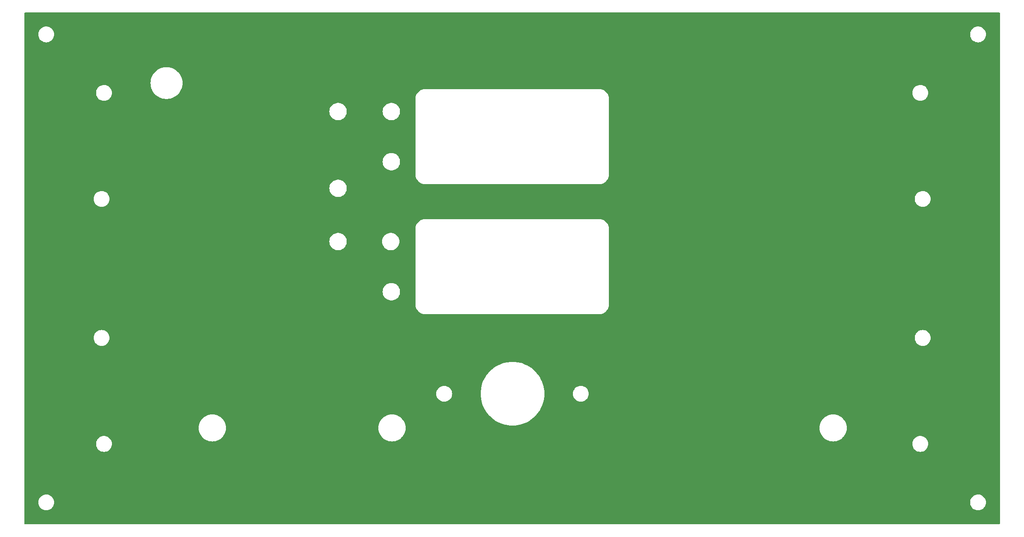
<source format=gbr>
%TF.GenerationSoftware,KiCad,Pcbnew,7.0.9*%
%TF.CreationDate,2024-04-16T23:51:44+02:00*%
%TF.ProjectId,frontplate,66726f6e-7470-46c6-9174-652e6b696361,rev?*%
%TF.SameCoordinates,Original*%
%TF.FileFunction,Copper,L2,Bot*%
%TF.FilePolarity,Positive*%
%FSLAX46Y46*%
G04 Gerber Fmt 4.6, Leading zero omitted, Abs format (unit mm)*
G04 Created by KiCad (PCBNEW 7.0.9) date 2024-04-16 23:51:44*
%MOMM*%
%LPD*%
G01*
G04 APERTURE LIST*
G04 APERTURE END LIST*
%TA.AperFunction,NonConductor*%
G36*
X238849621Y-45253502D02*
G01*
X238896114Y-45307158D01*
X238907500Y-45359500D01*
X238907500Y-150056500D01*
X238887498Y-150124621D01*
X238833842Y-150171114D01*
X238781500Y-150182500D01*
X39084500Y-150182500D01*
X39016379Y-150162498D01*
X38969886Y-150108842D01*
X38958500Y-150056500D01*
X38958500Y-145708000D01*
X41802474Y-145708000D01*
X41822548Y-145963070D01*
X41882277Y-146211857D01*
X41980190Y-146448241D01*
X42113878Y-146666400D01*
X42113879Y-146666402D01*
X42280043Y-146860956D01*
X42474597Y-147027120D01*
X42474601Y-147027123D01*
X42692757Y-147160809D01*
X42929140Y-147258722D01*
X43177930Y-147318452D01*
X43433000Y-147338526D01*
X43688070Y-147318452D01*
X43936860Y-147258722D01*
X44173243Y-147160809D01*
X44391399Y-147027123D01*
X44585956Y-146860956D01*
X44752123Y-146666399D01*
X44885809Y-146448243D01*
X44983722Y-146211860D01*
X45043452Y-145963070D01*
X45063526Y-145708000D01*
X232802474Y-145708000D01*
X232822548Y-145963070D01*
X232882277Y-146211857D01*
X232980190Y-146448241D01*
X233113878Y-146666400D01*
X233113879Y-146666402D01*
X233280043Y-146860956D01*
X233474597Y-147027120D01*
X233474601Y-147027123D01*
X233692757Y-147160809D01*
X233929140Y-147258722D01*
X234177930Y-147318452D01*
X234433000Y-147338526D01*
X234688070Y-147318452D01*
X234936860Y-147258722D01*
X235173243Y-147160809D01*
X235391399Y-147027123D01*
X235585956Y-146860956D01*
X235752123Y-146666399D01*
X235885809Y-146448243D01*
X235983722Y-146211860D01*
X236043452Y-145963070D01*
X236063526Y-145708000D01*
X236043452Y-145452930D01*
X235983722Y-145204140D01*
X235885809Y-144967757D01*
X235752123Y-144749601D01*
X235752120Y-144749597D01*
X235585956Y-144555043D01*
X235391402Y-144388879D01*
X235391400Y-144388878D01*
X235391399Y-144388877D01*
X235173243Y-144255191D01*
X234936860Y-144157278D01*
X234936858Y-144157277D01*
X234936857Y-144157277D01*
X234802969Y-144125133D01*
X234688070Y-144097548D01*
X234688071Y-144097548D01*
X234433000Y-144077474D01*
X234177929Y-144097548D01*
X233929142Y-144157277D01*
X233692758Y-144255190D01*
X233474599Y-144388878D01*
X233474597Y-144388879D01*
X233280043Y-144555043D01*
X233113879Y-144749597D01*
X233113878Y-144749599D01*
X232980190Y-144967758D01*
X232882277Y-145204142D01*
X232822548Y-145452929D01*
X232802474Y-145708000D01*
X45063526Y-145708000D01*
X45043452Y-145452930D01*
X44983722Y-145204140D01*
X44885809Y-144967757D01*
X44752123Y-144749601D01*
X44752120Y-144749597D01*
X44585956Y-144555043D01*
X44391402Y-144388879D01*
X44391400Y-144388878D01*
X44391399Y-144388877D01*
X44173243Y-144255191D01*
X43936860Y-144157278D01*
X43936858Y-144157277D01*
X43936857Y-144157277D01*
X43802969Y-144125133D01*
X43688070Y-144097548D01*
X43688071Y-144097548D01*
X43433000Y-144077474D01*
X43177929Y-144097548D01*
X42929142Y-144157277D01*
X42692758Y-144255190D01*
X42474599Y-144388878D01*
X42474597Y-144388879D01*
X42280043Y-144555043D01*
X42113879Y-144749597D01*
X42113878Y-144749599D01*
X41980190Y-144967758D01*
X41882277Y-145204142D01*
X41822548Y-145452929D01*
X41802474Y-145708000D01*
X38958500Y-145708000D01*
X38958500Y-133708000D01*
X53647474Y-133708000D01*
X53667548Y-133963070D01*
X53727277Y-134211857D01*
X53825190Y-134448241D01*
X53958878Y-134666400D01*
X53958879Y-134666402D01*
X54125043Y-134860956D01*
X54319597Y-135027120D01*
X54319601Y-135027123D01*
X54537757Y-135160809D01*
X54774140Y-135258722D01*
X55022930Y-135318452D01*
X55278000Y-135338526D01*
X55533070Y-135318452D01*
X55781860Y-135258722D01*
X56018243Y-135160809D01*
X56236399Y-135027123D01*
X56430956Y-134860956D01*
X56597123Y-134666399D01*
X56730809Y-134448243D01*
X56828722Y-134211860D01*
X56888452Y-133963070D01*
X56908526Y-133708000D01*
X220957474Y-133708000D01*
X220977548Y-133963070D01*
X221037277Y-134211857D01*
X221135190Y-134448241D01*
X221268878Y-134666400D01*
X221268879Y-134666402D01*
X221435043Y-134860956D01*
X221629597Y-135027120D01*
X221629601Y-135027123D01*
X221847757Y-135160809D01*
X222084140Y-135258722D01*
X222332930Y-135318452D01*
X222588000Y-135338526D01*
X222843070Y-135318452D01*
X223091860Y-135258722D01*
X223328243Y-135160809D01*
X223546399Y-135027123D01*
X223740956Y-134860956D01*
X223907123Y-134666399D01*
X224040809Y-134448243D01*
X224138722Y-134211860D01*
X224198452Y-133963070D01*
X224218526Y-133708000D01*
X224198452Y-133452930D01*
X224138722Y-133204140D01*
X224040809Y-132967757D01*
X223907123Y-132749601D01*
X223879593Y-132717367D01*
X223740956Y-132555043D01*
X223546402Y-132388879D01*
X223546400Y-132388878D01*
X223546399Y-132388877D01*
X223328243Y-132255191D01*
X223281134Y-132235678D01*
X223220499Y-132210562D01*
X223091860Y-132157278D01*
X223091858Y-132157277D01*
X223091857Y-132157277D01*
X222957969Y-132125133D01*
X222843070Y-132097548D01*
X222843071Y-132097548D01*
X222588000Y-132077474D01*
X222332929Y-132097548D01*
X222084142Y-132157277D01*
X221847758Y-132255190D01*
X221629599Y-132388878D01*
X221629597Y-132388879D01*
X221435043Y-132555043D01*
X221268879Y-132749597D01*
X221268878Y-132749599D01*
X221135190Y-132967758D01*
X221037277Y-133204142D01*
X220977548Y-133452929D01*
X220957474Y-133708000D01*
X56908526Y-133708000D01*
X56888452Y-133452930D01*
X56828722Y-133204140D01*
X56730809Y-132967757D01*
X56597123Y-132749601D01*
X56569593Y-132717367D01*
X56430956Y-132555043D01*
X56236402Y-132388879D01*
X56236400Y-132388878D01*
X56236399Y-132388877D01*
X56018243Y-132255191D01*
X55971134Y-132235678D01*
X55910499Y-132210562D01*
X55781860Y-132157278D01*
X55781858Y-132157277D01*
X55781857Y-132157277D01*
X55647969Y-132125133D01*
X55533070Y-132097548D01*
X55533071Y-132097548D01*
X55278000Y-132077474D01*
X55022929Y-132097548D01*
X54774142Y-132157277D01*
X54537758Y-132255190D01*
X54319599Y-132388878D01*
X54319597Y-132388879D01*
X54125043Y-132555043D01*
X53958879Y-132749597D01*
X53958878Y-132749599D01*
X53825190Y-132967758D01*
X53727277Y-133204142D01*
X53667548Y-133452929D01*
X53647474Y-133708000D01*
X38958500Y-133708000D01*
X38958500Y-130429001D01*
X74699427Y-130429001D01*
X74719700Y-130764158D01*
X74719701Y-130764161D01*
X74780224Y-131094432D01*
X74880121Y-131415012D01*
X75017919Y-131721186D01*
X75017922Y-131721192D01*
X75191632Y-132008544D01*
X75398705Y-132272855D01*
X75398717Y-132272868D01*
X75636131Y-132510282D01*
X75636144Y-132510294D01*
X75900455Y-132717367D01*
X76187803Y-132891075D01*
X76187805Y-132891076D01*
X76187807Y-132891077D01*
X76187813Y-132891080D01*
X76493987Y-133028878D01*
X76493991Y-133028879D01*
X76493995Y-133028881D01*
X76814565Y-133128775D01*
X77144839Y-133189299D01*
X77368279Y-133202815D01*
X77479999Y-133209573D01*
X77480000Y-133209573D01*
X77480001Y-133209573D01*
X77569816Y-133204140D01*
X77815161Y-133189299D01*
X78145435Y-133128775D01*
X78466005Y-133028881D01*
X78582498Y-132976452D01*
X78772186Y-132891080D01*
X78772186Y-132891079D01*
X78772197Y-132891075D01*
X79059545Y-132717367D01*
X79323861Y-132510289D01*
X79561289Y-132272861D01*
X79575134Y-132255190D01*
X79670471Y-132133500D01*
X79768367Y-132008545D01*
X79942075Y-131721197D01*
X80079881Y-131415005D01*
X80179775Y-131094435D01*
X80240299Y-130764161D01*
X80260573Y-130429001D01*
X111519427Y-130429001D01*
X111539700Y-130764158D01*
X111539701Y-130764161D01*
X111600224Y-131094432D01*
X111700121Y-131415012D01*
X111837919Y-131721186D01*
X111837922Y-131721192D01*
X112011632Y-132008544D01*
X112218705Y-132272855D01*
X112218717Y-132272868D01*
X112456131Y-132510282D01*
X112456144Y-132510294D01*
X112720455Y-132717367D01*
X113007803Y-132891075D01*
X113007805Y-132891076D01*
X113007807Y-132891077D01*
X113007813Y-132891080D01*
X113313987Y-133028878D01*
X113313991Y-133028879D01*
X113313995Y-133028881D01*
X113634565Y-133128775D01*
X113964839Y-133189299D01*
X114188279Y-133202815D01*
X114299999Y-133209573D01*
X114300000Y-133209573D01*
X114300001Y-133209573D01*
X114389816Y-133204140D01*
X114635161Y-133189299D01*
X114965435Y-133128775D01*
X115286005Y-133028881D01*
X115402498Y-132976452D01*
X115592186Y-132891080D01*
X115592186Y-132891079D01*
X115592197Y-132891075D01*
X115879545Y-132717367D01*
X116143861Y-132510289D01*
X116381289Y-132272861D01*
X116395134Y-132255190D01*
X116490471Y-132133500D01*
X116588367Y-132008545D01*
X116762075Y-131721197D01*
X116899881Y-131415005D01*
X116999775Y-131094435D01*
X117060299Y-130764161D01*
X117080573Y-130429001D01*
X201943427Y-130429001D01*
X201963700Y-130764158D01*
X201963701Y-130764161D01*
X202024224Y-131094432D01*
X202124121Y-131415012D01*
X202261919Y-131721186D01*
X202261922Y-131721192D01*
X202435632Y-132008544D01*
X202642705Y-132272855D01*
X202642717Y-132272868D01*
X202880131Y-132510282D01*
X202880144Y-132510294D01*
X203144455Y-132717367D01*
X203431803Y-132891075D01*
X203431805Y-132891076D01*
X203431807Y-132891077D01*
X203431813Y-132891080D01*
X203737987Y-133028878D01*
X203737991Y-133028879D01*
X203737995Y-133028881D01*
X204058565Y-133128775D01*
X204388839Y-133189299D01*
X204612279Y-133202815D01*
X204723999Y-133209573D01*
X204724000Y-133209573D01*
X204724001Y-133209573D01*
X204813816Y-133204140D01*
X205059161Y-133189299D01*
X205389435Y-133128775D01*
X205710005Y-133028881D01*
X205826498Y-132976452D01*
X206016186Y-132891080D01*
X206016186Y-132891079D01*
X206016197Y-132891075D01*
X206303545Y-132717367D01*
X206567861Y-132510289D01*
X206805289Y-132272861D01*
X206819134Y-132255190D01*
X206914471Y-132133500D01*
X207012367Y-132008545D01*
X207186075Y-131721197D01*
X207323881Y-131415005D01*
X207423775Y-131094435D01*
X207484299Y-130764161D01*
X207504573Y-130429000D01*
X207484299Y-130093839D01*
X207423775Y-129763565D01*
X207323881Y-129442995D01*
X207323879Y-129442991D01*
X207323878Y-129442987D01*
X207186080Y-129136813D01*
X207186077Y-129136807D01*
X207012367Y-128849455D01*
X206805294Y-128585144D01*
X206805282Y-128585131D01*
X206567868Y-128347717D01*
X206567855Y-128347705D01*
X206303544Y-128140632D01*
X206016192Y-127966922D01*
X206016186Y-127966919D01*
X205710012Y-127829121D01*
X205389432Y-127729224D01*
X205059161Y-127668701D01*
X205059158Y-127668700D01*
X204724001Y-127648427D01*
X204723999Y-127648427D01*
X204388841Y-127668700D01*
X204388838Y-127668701D01*
X204058567Y-127729224D01*
X203737987Y-127829121D01*
X203431813Y-127966919D01*
X203431807Y-127966922D01*
X203144455Y-128140632D01*
X202880144Y-128347705D01*
X202880131Y-128347717D01*
X202642717Y-128585131D01*
X202642705Y-128585144D01*
X202435632Y-128849455D01*
X202261922Y-129136807D01*
X202261919Y-129136813D01*
X202124121Y-129442987D01*
X202024224Y-129763567D01*
X201963701Y-130093838D01*
X201963700Y-130093841D01*
X201943427Y-130428998D01*
X201943427Y-130429001D01*
X117080573Y-130429001D01*
X117080573Y-130429000D01*
X117060299Y-130093839D01*
X116999775Y-129763565D01*
X116899881Y-129442995D01*
X116899879Y-129442991D01*
X116899878Y-129442987D01*
X116762080Y-129136813D01*
X116762077Y-129136807D01*
X116588367Y-128849455D01*
X116381294Y-128585144D01*
X116381282Y-128585131D01*
X116143868Y-128347717D01*
X116143855Y-128347705D01*
X115879544Y-128140632D01*
X115592192Y-127966922D01*
X115592186Y-127966919D01*
X115286012Y-127829121D01*
X114965432Y-127729224D01*
X114635161Y-127668701D01*
X114635158Y-127668700D01*
X114300001Y-127648427D01*
X114299999Y-127648427D01*
X113964841Y-127668700D01*
X113964838Y-127668701D01*
X113634567Y-127729224D01*
X113313987Y-127829121D01*
X113007813Y-127966919D01*
X113007807Y-127966922D01*
X112720455Y-128140632D01*
X112456144Y-128347705D01*
X112456131Y-128347717D01*
X112218717Y-128585131D01*
X112218705Y-128585144D01*
X112011632Y-128849455D01*
X111837922Y-129136807D01*
X111837919Y-129136813D01*
X111700121Y-129442987D01*
X111600224Y-129763567D01*
X111539701Y-130093838D01*
X111539700Y-130093841D01*
X111519427Y-130428998D01*
X111519427Y-130429001D01*
X80260573Y-130429001D01*
X80260573Y-130429000D01*
X80240299Y-130093839D01*
X80179775Y-129763565D01*
X80079881Y-129442995D01*
X80079879Y-129442991D01*
X80079878Y-129442987D01*
X79942080Y-129136813D01*
X79942077Y-129136807D01*
X79768367Y-128849455D01*
X79561294Y-128585144D01*
X79561282Y-128585131D01*
X79323868Y-128347717D01*
X79323855Y-128347705D01*
X79059544Y-128140632D01*
X78772192Y-127966922D01*
X78772186Y-127966919D01*
X78466012Y-127829121D01*
X78145432Y-127729224D01*
X77815161Y-127668701D01*
X77815158Y-127668700D01*
X77480001Y-127648427D01*
X77479999Y-127648427D01*
X77144841Y-127668700D01*
X77144838Y-127668701D01*
X76814567Y-127729224D01*
X76493987Y-127829121D01*
X76187813Y-127966919D01*
X76187807Y-127966922D01*
X75900455Y-128140632D01*
X75636144Y-128347705D01*
X75636131Y-128347717D01*
X75398717Y-128585131D01*
X75398705Y-128585144D01*
X75191632Y-128849455D01*
X75017922Y-129136807D01*
X75017919Y-129136813D01*
X74880121Y-129442987D01*
X74780224Y-129763567D01*
X74719701Y-130093838D01*
X74719700Y-130093841D01*
X74699427Y-130428998D01*
X74699427Y-130429001D01*
X38958500Y-130429001D01*
X38958500Y-123413000D01*
X123377474Y-123413000D01*
X123397548Y-123668070D01*
X123457278Y-123916860D01*
X123460804Y-123925372D01*
X123555190Y-124153241D01*
X123688878Y-124371400D01*
X123688879Y-124371402D01*
X123855043Y-124565956D01*
X124049597Y-124732120D01*
X124049601Y-124732123D01*
X124267757Y-124865809D01*
X124504140Y-124963722D01*
X124752930Y-125023452D01*
X125008000Y-125043526D01*
X125263070Y-125023452D01*
X125511860Y-124963722D01*
X125748243Y-124865809D01*
X125966399Y-124732123D01*
X126160956Y-124565956D01*
X126327123Y-124371399D01*
X126460809Y-124153243D01*
X126558722Y-123916860D01*
X126618452Y-123668070D01*
X126638526Y-123413000D01*
X132477465Y-123413000D01*
X132497595Y-123925371D01*
X132497595Y-123925372D01*
X132557867Y-124434603D01*
X132557867Y-124434604D01*
X132576115Y-124526340D01*
X132652516Y-124910438D01*
X132657905Y-124937526D01*
X132792208Y-125413731D01*
X132797092Y-125431046D01*
X132974572Y-125912128D01*
X133189251Y-126377801D01*
X133439804Y-126825195D01*
X133439807Y-126825199D01*
X133439806Y-126825198D01*
X133724686Y-127251553D01*
X134042141Y-127654242D01*
X134042142Y-127654243D01*
X134390214Y-128030786D01*
X134766757Y-128378858D01*
X134766758Y-128378858D01*
X134766758Y-128378859D01*
X135169447Y-128696314D01*
X135595802Y-128981194D01*
X135595805Y-128981196D01*
X136043199Y-129231749D01*
X136508874Y-129446429D01*
X136989953Y-129623908D01*
X137290281Y-129708609D01*
X137483477Y-129763096D01*
X137686285Y-129803436D01*
X137986396Y-129863133D01*
X137986397Y-129863133D01*
X138495628Y-129923405D01*
X138495629Y-129923405D01*
X139008000Y-129943535D01*
X139520371Y-129923405D01*
X139520372Y-129923405D01*
X140029603Y-129863133D01*
X140029604Y-129863133D01*
X140329715Y-129803436D01*
X140532523Y-129763096D01*
X140725719Y-129708609D01*
X141026047Y-129623908D01*
X141507126Y-129446429D01*
X141972801Y-129231749D01*
X142420195Y-128981196D01*
X142420198Y-128981194D01*
X142846553Y-128696314D01*
X143249242Y-128378859D01*
X143249242Y-128378858D01*
X143249243Y-128378858D01*
X143625786Y-128030786D01*
X143973858Y-127654243D01*
X143973859Y-127654242D01*
X144291314Y-127251553D01*
X144576194Y-126825198D01*
X144576193Y-126825199D01*
X144576196Y-126825195D01*
X144826749Y-126377801D01*
X145041428Y-125912128D01*
X145218908Y-125431046D01*
X145223792Y-125413731D01*
X145358095Y-124937526D01*
X145363484Y-124910438D01*
X145439885Y-124526340D01*
X145458133Y-124434604D01*
X145458133Y-124434603D01*
X145518405Y-123925372D01*
X145518405Y-123925371D01*
X145538535Y-123413000D01*
X151377474Y-123413000D01*
X151397548Y-123668070D01*
X151457278Y-123916860D01*
X151460804Y-123925372D01*
X151555190Y-124153241D01*
X151688878Y-124371400D01*
X151688879Y-124371402D01*
X151855043Y-124565956D01*
X152049597Y-124732120D01*
X152049601Y-124732123D01*
X152267757Y-124865809D01*
X152504140Y-124963722D01*
X152752930Y-125023452D01*
X153008000Y-125043526D01*
X153263070Y-125023452D01*
X153511860Y-124963722D01*
X153748243Y-124865809D01*
X153966399Y-124732123D01*
X154160956Y-124565956D01*
X154327123Y-124371399D01*
X154460809Y-124153243D01*
X154558722Y-123916860D01*
X154618452Y-123668070D01*
X154638526Y-123413000D01*
X154618452Y-123157930D01*
X154558722Y-122909140D01*
X154460809Y-122672757D01*
X154327123Y-122454601D01*
X154327120Y-122454597D01*
X154160956Y-122260043D01*
X153966402Y-122093879D01*
X153966400Y-122093878D01*
X153966399Y-122093877D01*
X153748243Y-121960191D01*
X153511860Y-121862278D01*
X153511858Y-121862277D01*
X153511857Y-121862277D01*
X153377969Y-121830133D01*
X153263070Y-121802548D01*
X153263071Y-121802548D01*
X153008000Y-121782474D01*
X152752929Y-121802548D01*
X152504142Y-121862277D01*
X152267758Y-121960190D01*
X152049599Y-122093878D01*
X152049597Y-122093879D01*
X151855043Y-122260043D01*
X151688879Y-122454597D01*
X151688878Y-122454599D01*
X151555190Y-122672758D01*
X151457277Y-122909142D01*
X151453121Y-122926453D01*
X151397548Y-123157930D01*
X151377474Y-123413000D01*
X145538535Y-123413000D01*
X145518405Y-122900629D01*
X145518405Y-122900628D01*
X145458133Y-122391397D01*
X145458133Y-122391396D01*
X145382290Y-122010110D01*
X145358096Y-121888477D01*
X145308954Y-121714233D01*
X145218908Y-121394953D01*
X145041429Y-120913874D01*
X144826749Y-120448199D01*
X144826748Y-120448198D01*
X144592592Y-120030083D01*
X144576196Y-120000805D01*
X144576194Y-120000802D01*
X144291314Y-119574447D01*
X143973859Y-119171758D01*
X143973858Y-119171757D01*
X143625786Y-118795214D01*
X143249243Y-118447142D01*
X143249242Y-118447141D01*
X142846553Y-118129686D01*
X142420198Y-117844806D01*
X142420199Y-117844807D01*
X142420195Y-117844804D01*
X141972801Y-117594251D01*
X141507126Y-117379571D01*
X141026047Y-117202092D01*
X140706766Y-117112045D01*
X140532523Y-117062904D01*
X140307840Y-117018212D01*
X140029604Y-116962867D01*
X140029603Y-116962867D01*
X139520372Y-116902595D01*
X139520371Y-116902595D01*
X139008000Y-116882465D01*
X138495629Y-116902595D01*
X138495628Y-116902595D01*
X137986397Y-116962867D01*
X137986396Y-116962867D01*
X137708160Y-117018212D01*
X137483477Y-117062904D01*
X137309233Y-117112045D01*
X136989953Y-117202092D01*
X136508874Y-117379571D01*
X136043199Y-117594251D01*
X135595805Y-117844804D01*
X135595801Y-117844807D01*
X135595802Y-117844806D01*
X135169447Y-118129686D01*
X134766758Y-118447141D01*
X134766757Y-118447142D01*
X134390214Y-118795214D01*
X134042142Y-119171757D01*
X134042141Y-119171758D01*
X133724686Y-119574447D01*
X133439806Y-120000802D01*
X133439804Y-120000805D01*
X133423408Y-120030083D01*
X133189252Y-120448198D01*
X133189251Y-120448199D01*
X132974571Y-120913874D01*
X132797092Y-121394953D01*
X132707045Y-121714233D01*
X132657904Y-121888477D01*
X132633710Y-122010110D01*
X132557867Y-122391396D01*
X132557867Y-122391397D01*
X132497595Y-122900628D01*
X132497595Y-122900629D01*
X132477465Y-123413000D01*
X126638526Y-123413000D01*
X126618452Y-123157930D01*
X126558722Y-122909140D01*
X126460809Y-122672757D01*
X126327123Y-122454601D01*
X126327120Y-122454597D01*
X126160956Y-122260043D01*
X125966402Y-122093879D01*
X125966400Y-122093878D01*
X125966399Y-122093877D01*
X125748243Y-121960191D01*
X125511860Y-121862278D01*
X125511858Y-121862277D01*
X125511857Y-121862277D01*
X125377969Y-121830133D01*
X125263070Y-121802548D01*
X125263071Y-121802548D01*
X125008000Y-121782474D01*
X124752929Y-121802548D01*
X124504142Y-121862277D01*
X124267758Y-121960190D01*
X124049599Y-122093878D01*
X124049597Y-122093879D01*
X123855043Y-122260043D01*
X123688879Y-122454597D01*
X123688878Y-122454599D01*
X123555190Y-122672758D01*
X123457277Y-122909142D01*
X123453121Y-122926453D01*
X123397548Y-123157930D01*
X123377474Y-123413000D01*
X38958500Y-123413000D01*
X38958500Y-111958000D01*
X53147474Y-111958000D01*
X53167548Y-112213070D01*
X53227277Y-112461857D01*
X53325190Y-112698241D01*
X53458878Y-112916400D01*
X53458879Y-112916402D01*
X53625043Y-113110956D01*
X53819597Y-113277120D01*
X53819601Y-113277123D01*
X54037757Y-113410809D01*
X54274140Y-113508722D01*
X54522930Y-113568452D01*
X54778000Y-113588526D01*
X55033070Y-113568452D01*
X55281860Y-113508722D01*
X55518243Y-113410809D01*
X55736399Y-113277123D01*
X55930956Y-113110956D01*
X56097123Y-112916399D01*
X56230809Y-112698243D01*
X56328722Y-112461860D01*
X56388452Y-112213070D01*
X56408526Y-111958000D01*
X221457474Y-111958000D01*
X221477548Y-112213070D01*
X221537277Y-112461857D01*
X221635190Y-112698241D01*
X221768878Y-112916400D01*
X221768879Y-112916402D01*
X221935043Y-113110956D01*
X222129597Y-113277120D01*
X222129601Y-113277123D01*
X222347757Y-113410809D01*
X222584140Y-113508722D01*
X222832930Y-113568452D01*
X223088000Y-113588526D01*
X223343070Y-113568452D01*
X223591860Y-113508722D01*
X223828243Y-113410809D01*
X224046399Y-113277123D01*
X224240956Y-113110956D01*
X224407123Y-112916399D01*
X224540809Y-112698243D01*
X224638722Y-112461860D01*
X224698452Y-112213070D01*
X224718526Y-111958000D01*
X224698452Y-111702930D01*
X224638722Y-111454140D01*
X224540809Y-111217757D01*
X224407123Y-110999601D01*
X224407120Y-110999597D01*
X224240956Y-110805043D01*
X224046402Y-110638879D01*
X224046400Y-110638878D01*
X224046399Y-110638877D01*
X223828243Y-110505191D01*
X223591860Y-110407278D01*
X223591858Y-110407277D01*
X223591857Y-110407277D01*
X223457969Y-110375133D01*
X223343070Y-110347548D01*
X223343071Y-110347548D01*
X223088000Y-110327474D01*
X222832929Y-110347548D01*
X222584142Y-110407277D01*
X222347758Y-110505190D01*
X222129599Y-110638878D01*
X222129597Y-110638879D01*
X221935043Y-110805043D01*
X221768879Y-110999597D01*
X221768878Y-110999599D01*
X221635190Y-111217758D01*
X221537277Y-111454142D01*
X221477548Y-111702929D01*
X221457474Y-111958000D01*
X56408526Y-111958000D01*
X56388452Y-111702930D01*
X56328722Y-111454140D01*
X56230809Y-111217757D01*
X56097123Y-110999601D01*
X56097120Y-110999597D01*
X55930956Y-110805043D01*
X55736402Y-110638879D01*
X55736400Y-110638878D01*
X55736399Y-110638877D01*
X55518243Y-110505191D01*
X55281860Y-110407278D01*
X55281858Y-110407277D01*
X55281857Y-110407277D01*
X55147969Y-110375133D01*
X55033070Y-110347548D01*
X55033071Y-110347548D01*
X54778000Y-110327474D01*
X54522929Y-110347548D01*
X54274142Y-110407277D01*
X54037758Y-110505190D01*
X53819599Y-110638878D01*
X53819597Y-110638879D01*
X53625043Y-110805043D01*
X53458879Y-110999597D01*
X53458878Y-110999599D01*
X53325190Y-111217758D01*
X53227277Y-111454142D01*
X53167548Y-111702929D01*
X53147474Y-111958000D01*
X38958500Y-111958000D01*
X38958500Y-105193760D01*
X119100500Y-105193760D01*
X119135155Y-105456995D01*
X119135156Y-105457001D01*
X119135157Y-105457003D01*
X119203878Y-105713473D01*
X119305486Y-105958778D01*
X119305487Y-105958779D01*
X119305492Y-105958789D01*
X119438242Y-106188718D01*
X119438247Y-106188725D01*
X119599876Y-106399364D01*
X119599895Y-106399385D01*
X119787614Y-106587104D01*
X119787624Y-106587113D01*
X119787630Y-106587119D01*
X119998278Y-106748755D01*
X120228222Y-106881514D01*
X120473527Y-106983122D01*
X120729997Y-107051843D01*
X120730003Y-107051843D01*
X120730004Y-107051844D01*
X120760210Y-107055820D01*
X120993242Y-107086500D01*
X120993249Y-107086500D01*
X156882751Y-107086500D01*
X156882758Y-107086500D01*
X157146003Y-107051843D01*
X157402473Y-106983122D01*
X157647778Y-106881514D01*
X157877722Y-106748755D01*
X158088370Y-106587119D01*
X158276119Y-106399370D01*
X158437755Y-106188722D01*
X158570514Y-105958778D01*
X158672122Y-105713473D01*
X158740843Y-105457003D01*
X158775500Y-105193758D01*
X158775500Y-105061000D01*
X158775500Y-105052715D01*
X158775500Y-89624928D01*
X158775500Y-89497242D01*
X158740843Y-89233997D01*
X158672122Y-88977527D01*
X158570514Y-88732222D01*
X158437755Y-88502278D01*
X158276119Y-88291630D01*
X158276113Y-88291624D01*
X158276104Y-88291614D01*
X158088385Y-88103895D01*
X158088364Y-88103876D01*
X157877725Y-87942247D01*
X157877718Y-87942242D01*
X157647789Y-87809492D01*
X157647784Y-87809489D01*
X157647778Y-87809486D01*
X157402473Y-87707878D01*
X157146003Y-87639157D01*
X157146001Y-87639156D01*
X157145995Y-87639155D01*
X156882760Y-87604500D01*
X156882758Y-87604500D01*
X156755072Y-87604500D01*
X121134285Y-87604500D01*
X121126000Y-87604500D01*
X120993242Y-87604500D01*
X120993239Y-87604500D01*
X120730004Y-87639155D01*
X120473527Y-87707878D01*
X120228220Y-87809487D01*
X120228210Y-87809492D01*
X119998281Y-87942242D01*
X119998274Y-87942247D01*
X119787635Y-88103876D01*
X119787614Y-88103895D01*
X119599895Y-88291614D01*
X119599876Y-88291635D01*
X119438247Y-88502274D01*
X119438242Y-88502281D01*
X119305492Y-88732210D01*
X119305487Y-88732220D01*
X119203878Y-88977527D01*
X119135155Y-89234004D01*
X119100500Y-89497239D01*
X119100500Y-105193760D01*
X38958500Y-105193760D01*
X38958500Y-102489000D01*
X112392521Y-102489000D01*
X112412407Y-102754369D01*
X112412408Y-102754373D01*
X112471623Y-103013806D01*
X112471624Y-103013808D01*
X112568844Y-103261523D01*
X112701896Y-103491976D01*
X112701902Y-103491984D01*
X112867815Y-103700031D01*
X112867819Y-103700036D01*
X113062883Y-103881029D01*
X113062886Y-103881031D01*
X113062890Y-103881035D01*
X113062896Y-103881039D01*
X113282751Y-104030934D01*
X113282758Y-104030938D01*
X113282761Y-104030940D01*
X113522518Y-104146401D01*
X113724414Y-104208678D01*
X113776799Y-104224837D01*
X113776806Y-104224839D01*
X114039945Y-104264500D01*
X114039949Y-104264500D01*
X114306051Y-104264500D01*
X114306055Y-104264500D01*
X114569194Y-104224839D01*
X114823482Y-104146401D01*
X115063240Y-104030940D01*
X115283110Y-103881035D01*
X115478183Y-103700033D01*
X115644101Y-103491980D01*
X115777156Y-103261521D01*
X115874377Y-103013805D01*
X115933593Y-102754367D01*
X115953479Y-102489000D01*
X115933593Y-102223633D01*
X115874377Y-101964195D01*
X115777156Y-101716479D01*
X115777155Y-101716476D01*
X115644103Y-101486023D01*
X115644097Y-101486015D01*
X115478184Y-101277968D01*
X115478180Y-101277963D01*
X115283116Y-101096970D01*
X115283103Y-101096960D01*
X115063242Y-100947061D01*
X115063234Y-100947056D01*
X114823490Y-100831602D01*
X114823485Y-100831600D01*
X114823482Y-100831599D01*
X114725620Y-100801412D01*
X114569200Y-100753162D01*
X114569195Y-100753161D01*
X114569194Y-100753161D01*
X114306055Y-100713500D01*
X114039945Y-100713500D01*
X113776806Y-100753161D01*
X113776805Y-100753161D01*
X113776799Y-100753162D01*
X113522512Y-100831601D01*
X113282758Y-100947061D01*
X113282751Y-100947065D01*
X113062896Y-101096960D01*
X113062883Y-101096970D01*
X112867819Y-101277963D01*
X112867815Y-101277968D01*
X112701902Y-101486015D01*
X112701896Y-101486023D01*
X112568844Y-101716476D01*
X112471624Y-101964191D01*
X112471623Y-101964193D01*
X112412408Y-102223626D01*
X112412407Y-102223630D01*
X112392521Y-102489000D01*
X38958500Y-102489000D01*
X38958500Y-92202000D01*
X101470521Y-92202000D01*
X101490407Y-92467369D01*
X101490408Y-92467373D01*
X101549623Y-92726806D01*
X101549624Y-92726808D01*
X101646844Y-92974523D01*
X101779896Y-93204976D01*
X101779902Y-93204984D01*
X101945815Y-93413031D01*
X101945819Y-93413036D01*
X102140883Y-93594029D01*
X102140886Y-93594031D01*
X102140890Y-93594035D01*
X102140896Y-93594039D01*
X102360751Y-93743934D01*
X102360758Y-93743938D01*
X102360761Y-93743940D01*
X102600518Y-93859401D01*
X102802414Y-93921678D01*
X102854799Y-93937837D01*
X102854806Y-93937839D01*
X103117945Y-93977500D01*
X103117949Y-93977500D01*
X103384051Y-93977500D01*
X103384055Y-93977500D01*
X103647194Y-93937839D01*
X103901482Y-93859401D01*
X104141240Y-93743940D01*
X104361110Y-93594035D01*
X104556183Y-93413033D01*
X104722101Y-93204980D01*
X104855156Y-92974521D01*
X104952377Y-92726805D01*
X105011593Y-92467367D01*
X105031479Y-92202000D01*
X112265521Y-92202000D01*
X112285407Y-92467369D01*
X112285408Y-92467373D01*
X112344623Y-92726806D01*
X112344624Y-92726808D01*
X112441844Y-92974523D01*
X112574896Y-93204976D01*
X112574902Y-93204984D01*
X112740815Y-93413031D01*
X112740819Y-93413036D01*
X112935883Y-93594029D01*
X112935886Y-93594031D01*
X112935890Y-93594035D01*
X112935896Y-93594039D01*
X113155751Y-93743934D01*
X113155758Y-93743938D01*
X113155761Y-93743940D01*
X113395518Y-93859401D01*
X113597414Y-93921678D01*
X113649799Y-93937837D01*
X113649806Y-93937839D01*
X113912945Y-93977500D01*
X113912949Y-93977500D01*
X114179051Y-93977500D01*
X114179055Y-93977500D01*
X114442194Y-93937839D01*
X114696482Y-93859401D01*
X114936240Y-93743940D01*
X115156110Y-93594035D01*
X115351183Y-93413033D01*
X115517101Y-93204980D01*
X115650156Y-92974521D01*
X115747377Y-92726805D01*
X115806593Y-92467367D01*
X115826479Y-92202000D01*
X115806593Y-91936633D01*
X115747377Y-91677195D01*
X115650156Y-91429479D01*
X115650155Y-91429476D01*
X115517103Y-91199023D01*
X115517097Y-91199015D01*
X115351184Y-90990968D01*
X115351180Y-90990963D01*
X115156116Y-90809970D01*
X115156103Y-90809960D01*
X114936242Y-90660061D01*
X114936234Y-90660056D01*
X114696490Y-90544602D01*
X114696485Y-90544600D01*
X114696482Y-90544599D01*
X114598620Y-90514412D01*
X114442200Y-90466162D01*
X114442195Y-90466161D01*
X114442194Y-90466161D01*
X114179055Y-90426500D01*
X113912945Y-90426500D01*
X113649806Y-90466161D01*
X113649805Y-90466161D01*
X113649799Y-90466162D01*
X113395512Y-90544601D01*
X113155758Y-90660061D01*
X113155751Y-90660065D01*
X112935896Y-90809960D01*
X112935883Y-90809970D01*
X112740819Y-90990963D01*
X112740815Y-90990968D01*
X112574902Y-91199015D01*
X112574896Y-91199023D01*
X112441844Y-91429476D01*
X112344624Y-91677191D01*
X112344623Y-91677193D01*
X112285408Y-91936626D01*
X112285407Y-91936630D01*
X112265521Y-92202000D01*
X105031479Y-92202000D01*
X105011593Y-91936633D01*
X104952377Y-91677195D01*
X104855156Y-91429479D01*
X104855155Y-91429476D01*
X104722103Y-91199023D01*
X104722097Y-91199015D01*
X104556184Y-90990968D01*
X104556180Y-90990963D01*
X104361116Y-90809970D01*
X104361103Y-90809960D01*
X104141242Y-90660061D01*
X104141234Y-90660056D01*
X103901490Y-90544602D01*
X103901485Y-90544600D01*
X103901482Y-90544599D01*
X103803620Y-90514412D01*
X103647200Y-90466162D01*
X103647195Y-90466161D01*
X103647194Y-90466161D01*
X103384055Y-90426500D01*
X103117945Y-90426500D01*
X102854806Y-90466161D01*
X102854805Y-90466161D01*
X102854799Y-90466162D01*
X102600512Y-90544601D01*
X102360758Y-90660061D01*
X102360751Y-90660065D01*
X102140896Y-90809960D01*
X102140883Y-90809970D01*
X101945819Y-90990963D01*
X101945815Y-90990968D01*
X101779902Y-91199015D01*
X101779896Y-91199023D01*
X101646844Y-91429476D01*
X101549624Y-91677191D01*
X101549623Y-91677193D01*
X101490408Y-91936626D01*
X101490407Y-91936630D01*
X101470521Y-92202000D01*
X38958500Y-92202000D01*
X38958500Y-83458000D01*
X53147474Y-83458000D01*
X53167548Y-83713070D01*
X53227277Y-83961857D01*
X53325190Y-84198241D01*
X53458878Y-84416400D01*
X53458879Y-84416402D01*
X53625043Y-84610956D01*
X53819597Y-84777120D01*
X53819601Y-84777123D01*
X54037757Y-84910809D01*
X54274140Y-85008722D01*
X54522930Y-85068452D01*
X54778000Y-85088526D01*
X55033070Y-85068452D01*
X55281860Y-85008722D01*
X55518243Y-84910809D01*
X55736399Y-84777123D01*
X55930956Y-84610956D01*
X56097123Y-84416399D01*
X56230809Y-84198243D01*
X56328722Y-83961860D01*
X56388452Y-83713070D01*
X56408526Y-83458000D01*
X221457474Y-83458000D01*
X221477548Y-83713070D01*
X221537277Y-83961857D01*
X221635190Y-84198241D01*
X221768878Y-84416400D01*
X221768879Y-84416402D01*
X221935043Y-84610956D01*
X222129597Y-84777120D01*
X222129601Y-84777123D01*
X222347757Y-84910809D01*
X222584140Y-85008722D01*
X222832930Y-85068452D01*
X223088000Y-85088526D01*
X223343070Y-85068452D01*
X223591860Y-85008722D01*
X223828243Y-84910809D01*
X224046399Y-84777123D01*
X224240956Y-84610956D01*
X224407123Y-84416399D01*
X224540809Y-84198243D01*
X224638722Y-83961860D01*
X224698452Y-83713070D01*
X224718526Y-83458000D01*
X224698452Y-83202930D01*
X224638722Y-82954140D01*
X224540809Y-82717757D01*
X224407123Y-82499601D01*
X224399808Y-82491036D01*
X224240956Y-82305043D01*
X224046402Y-82138879D01*
X224046400Y-82138878D01*
X224046399Y-82138877D01*
X223828243Y-82005191D01*
X223591860Y-81907278D01*
X223591858Y-81907277D01*
X223591857Y-81907277D01*
X223457969Y-81875133D01*
X223343070Y-81847548D01*
X223343071Y-81847548D01*
X223088000Y-81827474D01*
X222832929Y-81847548D01*
X222584142Y-81907277D01*
X222347758Y-82005190D01*
X222129599Y-82138878D01*
X222129597Y-82138879D01*
X221935043Y-82305043D01*
X221768879Y-82499597D01*
X221768878Y-82499599D01*
X221635190Y-82717758D01*
X221537277Y-82954142D01*
X221477548Y-83202929D01*
X221457474Y-83458000D01*
X56408526Y-83458000D01*
X56388452Y-83202930D01*
X56328722Y-82954140D01*
X56230809Y-82717757D01*
X56097123Y-82499601D01*
X56089808Y-82491036D01*
X55930956Y-82305043D01*
X55736402Y-82138879D01*
X55736400Y-82138878D01*
X55736399Y-82138877D01*
X55518243Y-82005191D01*
X55281860Y-81907278D01*
X55281858Y-81907277D01*
X55281857Y-81907277D01*
X55147969Y-81875133D01*
X55033070Y-81847548D01*
X55033071Y-81847548D01*
X54778000Y-81827474D01*
X54522929Y-81847548D01*
X54274142Y-81907277D01*
X54037758Y-82005190D01*
X53819599Y-82138878D01*
X53819597Y-82138879D01*
X53625043Y-82305043D01*
X53458879Y-82499597D01*
X53458878Y-82499599D01*
X53325190Y-82717758D01*
X53227277Y-82954142D01*
X53167548Y-83202929D01*
X53147474Y-83458000D01*
X38958500Y-83458000D01*
X38958500Y-81280000D01*
X101470521Y-81280000D01*
X101490407Y-81545369D01*
X101490408Y-81545373D01*
X101549623Y-81804806D01*
X101549624Y-81804808D01*
X101646844Y-82052523D01*
X101779896Y-82282976D01*
X101779902Y-82282984D01*
X101945815Y-82491031D01*
X101945819Y-82491036D01*
X102140883Y-82672029D01*
X102140886Y-82672031D01*
X102140890Y-82672035D01*
X102140896Y-82672039D01*
X102360751Y-82821934D01*
X102360758Y-82821938D01*
X102360761Y-82821940D01*
X102600518Y-82937401D01*
X102802414Y-82999678D01*
X102854799Y-83015837D01*
X102854806Y-83015839D01*
X103117945Y-83055500D01*
X103117949Y-83055500D01*
X103384051Y-83055500D01*
X103384055Y-83055500D01*
X103647194Y-83015839D01*
X103901482Y-82937401D01*
X104141240Y-82821940D01*
X104361110Y-82672035D01*
X104556183Y-82491033D01*
X104722101Y-82282980D01*
X104855156Y-82052521D01*
X104952377Y-81804805D01*
X105011593Y-81545367D01*
X105031479Y-81280000D01*
X105011593Y-81014633D01*
X104952377Y-80755195D01*
X104855156Y-80507479D01*
X104855155Y-80507476D01*
X104722103Y-80277023D01*
X104722097Y-80277015D01*
X104556184Y-80068968D01*
X104556180Y-80068963D01*
X104361116Y-79887970D01*
X104361103Y-79887960D01*
X104141242Y-79738061D01*
X104141234Y-79738056D01*
X103901490Y-79622602D01*
X103901485Y-79622600D01*
X103901482Y-79622599D01*
X103803620Y-79592412D01*
X103647200Y-79544162D01*
X103647195Y-79544161D01*
X103647194Y-79544161D01*
X103384055Y-79504500D01*
X103117945Y-79504500D01*
X102854806Y-79544161D01*
X102854805Y-79544161D01*
X102854799Y-79544162D01*
X102600512Y-79622601D01*
X102360758Y-79738061D01*
X102360751Y-79738065D01*
X102140896Y-79887960D01*
X102140883Y-79887970D01*
X101945819Y-80068963D01*
X101945815Y-80068968D01*
X101779902Y-80277015D01*
X101779896Y-80277023D01*
X101646844Y-80507476D01*
X101549624Y-80755191D01*
X101549623Y-80755193D01*
X101490408Y-81014626D01*
X101490407Y-81014630D01*
X101470521Y-81280000D01*
X38958500Y-81280000D01*
X38958500Y-78523760D01*
X119100500Y-78523760D01*
X119135155Y-78786995D01*
X119135156Y-78787001D01*
X119135157Y-78787003D01*
X119203878Y-79043473D01*
X119305486Y-79288778D01*
X119305487Y-79288779D01*
X119305492Y-79288789D01*
X119438242Y-79518718D01*
X119438247Y-79518725D01*
X119599876Y-79729364D01*
X119599895Y-79729385D01*
X119787614Y-79917104D01*
X119787624Y-79917113D01*
X119787630Y-79917119D01*
X119998278Y-80078755D01*
X120228222Y-80211514D01*
X120473527Y-80313122D01*
X120729997Y-80381843D01*
X120730003Y-80381843D01*
X120730004Y-80381844D01*
X120760210Y-80385820D01*
X120993242Y-80416500D01*
X120993249Y-80416500D01*
X156882751Y-80416500D01*
X156882758Y-80416500D01*
X157146003Y-80381843D01*
X157402473Y-80313122D01*
X157647778Y-80211514D01*
X157877722Y-80078755D01*
X158088370Y-79917119D01*
X158276119Y-79729370D01*
X158437755Y-79518722D01*
X158570514Y-79288778D01*
X158672122Y-79043473D01*
X158740843Y-78787003D01*
X158775500Y-78523758D01*
X158775500Y-78391000D01*
X158775500Y-78382715D01*
X158775500Y-62954928D01*
X158775500Y-62827242D01*
X158740843Y-62563997D01*
X158672122Y-62307527D01*
X158570514Y-62062222D01*
X158437755Y-61832278D01*
X158342393Y-61708000D01*
X220957474Y-61708000D01*
X220977548Y-61963070D01*
X221032057Y-62190116D01*
X221037278Y-62211860D01*
X221135191Y-62448243D01*
X221225230Y-62595174D01*
X221268878Y-62666400D01*
X221268879Y-62666402D01*
X221435043Y-62860956D01*
X221629597Y-63027120D01*
X221629601Y-63027123D01*
X221847757Y-63160809D01*
X222084140Y-63258722D01*
X222332930Y-63318452D01*
X222588000Y-63338526D01*
X222843070Y-63318452D01*
X223091860Y-63258722D01*
X223328243Y-63160809D01*
X223546399Y-63027123D01*
X223740956Y-62860956D01*
X223907123Y-62666399D01*
X224040809Y-62448243D01*
X224138722Y-62211860D01*
X224198452Y-61963070D01*
X224218526Y-61708000D01*
X224198452Y-61452930D01*
X224138722Y-61204140D01*
X224040809Y-60967757D01*
X223907123Y-60749601D01*
X223907120Y-60749597D01*
X223740956Y-60555043D01*
X223546402Y-60388879D01*
X223546400Y-60388878D01*
X223546399Y-60388877D01*
X223328243Y-60255191D01*
X223091860Y-60157278D01*
X223091858Y-60157277D01*
X223091857Y-60157277D01*
X222957969Y-60125133D01*
X222843070Y-60097548D01*
X222843071Y-60097548D01*
X222588000Y-60077474D01*
X222332929Y-60097548D01*
X222084142Y-60157277D01*
X221847758Y-60255190D01*
X221629599Y-60388878D01*
X221629597Y-60388879D01*
X221435043Y-60555043D01*
X221268879Y-60749597D01*
X221268878Y-60749599D01*
X221135190Y-60967758D01*
X221037277Y-61204142D01*
X220977548Y-61452929D01*
X220957474Y-61708000D01*
X158342393Y-61708000D01*
X158276123Y-61621635D01*
X158276121Y-61621633D01*
X158276119Y-61621630D01*
X158276113Y-61621624D01*
X158276104Y-61621614D01*
X158088385Y-61433895D01*
X158088364Y-61433876D01*
X157877725Y-61272247D01*
X157877718Y-61272242D01*
X157647789Y-61139492D01*
X157647784Y-61139489D01*
X157647778Y-61139486D01*
X157402473Y-61037878D01*
X157146003Y-60969157D01*
X157146001Y-60969156D01*
X157145995Y-60969155D01*
X156882760Y-60934500D01*
X156882758Y-60934500D01*
X156755072Y-60934500D01*
X121134285Y-60934500D01*
X121126000Y-60934500D01*
X120993242Y-60934500D01*
X120993239Y-60934500D01*
X120730004Y-60969155D01*
X120473527Y-61037878D01*
X120228220Y-61139487D01*
X120228210Y-61139492D01*
X119998281Y-61272242D01*
X119998274Y-61272247D01*
X119787635Y-61433876D01*
X119787614Y-61433895D01*
X119599895Y-61621614D01*
X119599876Y-61621635D01*
X119438247Y-61832274D01*
X119438242Y-61832281D01*
X119305492Y-62062210D01*
X119305487Y-62062220D01*
X119203878Y-62307527D01*
X119135155Y-62564004D01*
X119100500Y-62827239D01*
X119100500Y-78523760D01*
X38958500Y-78523760D01*
X38958500Y-75819000D01*
X112392521Y-75819000D01*
X112412407Y-76084369D01*
X112412408Y-76084373D01*
X112471623Y-76343806D01*
X112471624Y-76343808D01*
X112568844Y-76591523D01*
X112701896Y-76821976D01*
X112701902Y-76821984D01*
X112867815Y-77030031D01*
X112867819Y-77030036D01*
X113062883Y-77211029D01*
X113062886Y-77211031D01*
X113062890Y-77211035D01*
X113062896Y-77211039D01*
X113282751Y-77360934D01*
X113282758Y-77360938D01*
X113282761Y-77360940D01*
X113522518Y-77476401D01*
X113724414Y-77538678D01*
X113776799Y-77554837D01*
X113776806Y-77554839D01*
X114039945Y-77594500D01*
X114039949Y-77594500D01*
X114306051Y-77594500D01*
X114306055Y-77594500D01*
X114569194Y-77554839D01*
X114823482Y-77476401D01*
X115063240Y-77360940D01*
X115283110Y-77211035D01*
X115478183Y-77030033D01*
X115644101Y-76821980D01*
X115777156Y-76591521D01*
X115874377Y-76343805D01*
X115933593Y-76084367D01*
X115953479Y-75819000D01*
X115933593Y-75553633D01*
X115874377Y-75294195D01*
X115777156Y-75046479D01*
X115777155Y-75046476D01*
X115644103Y-74816023D01*
X115644097Y-74816015D01*
X115478184Y-74607968D01*
X115478180Y-74607963D01*
X115283116Y-74426970D01*
X115283103Y-74426960D01*
X115063242Y-74277061D01*
X115063234Y-74277056D01*
X114823490Y-74161602D01*
X114823485Y-74161600D01*
X114823482Y-74161599D01*
X114725620Y-74131412D01*
X114569200Y-74083162D01*
X114569195Y-74083161D01*
X114569194Y-74083161D01*
X114306055Y-74043500D01*
X114039945Y-74043500D01*
X113776806Y-74083161D01*
X113776805Y-74083161D01*
X113776799Y-74083162D01*
X113522512Y-74161601D01*
X113282758Y-74277061D01*
X113282751Y-74277065D01*
X113062896Y-74426960D01*
X113062883Y-74426970D01*
X112867819Y-74607963D01*
X112867815Y-74607968D01*
X112701902Y-74816015D01*
X112701896Y-74816023D01*
X112568844Y-75046476D01*
X112471624Y-75294191D01*
X112471623Y-75294193D01*
X112412408Y-75553626D01*
X112412407Y-75553630D01*
X112392521Y-75819000D01*
X38958500Y-75819000D01*
X38958500Y-65532000D01*
X101470521Y-65532000D01*
X101490407Y-65797369D01*
X101490408Y-65797373D01*
X101549623Y-66056806D01*
X101549624Y-66056808D01*
X101646844Y-66304523D01*
X101779896Y-66534976D01*
X101779902Y-66534984D01*
X101945815Y-66743031D01*
X101945819Y-66743036D01*
X102140883Y-66924029D01*
X102140886Y-66924031D01*
X102140890Y-66924035D01*
X102140896Y-66924039D01*
X102360751Y-67073934D01*
X102360758Y-67073938D01*
X102360761Y-67073940D01*
X102600518Y-67189401D01*
X102802414Y-67251678D01*
X102854799Y-67267837D01*
X102854806Y-67267839D01*
X103117945Y-67307500D01*
X103117949Y-67307500D01*
X103384051Y-67307500D01*
X103384055Y-67307500D01*
X103647194Y-67267839D01*
X103901482Y-67189401D01*
X104141240Y-67073940D01*
X104361110Y-66924035D01*
X104556183Y-66743033D01*
X104722101Y-66534980D01*
X104855156Y-66304521D01*
X104952377Y-66056805D01*
X105011593Y-65797367D01*
X105031479Y-65532000D01*
X112392521Y-65532000D01*
X112412407Y-65797369D01*
X112412408Y-65797373D01*
X112471623Y-66056806D01*
X112471624Y-66056808D01*
X112568844Y-66304523D01*
X112701896Y-66534976D01*
X112701902Y-66534984D01*
X112867815Y-66743031D01*
X112867819Y-66743036D01*
X113062883Y-66924029D01*
X113062886Y-66924031D01*
X113062890Y-66924035D01*
X113062896Y-66924039D01*
X113282751Y-67073934D01*
X113282758Y-67073938D01*
X113282761Y-67073940D01*
X113522518Y-67189401D01*
X113724414Y-67251678D01*
X113776799Y-67267837D01*
X113776806Y-67267839D01*
X114039945Y-67307500D01*
X114039949Y-67307500D01*
X114306051Y-67307500D01*
X114306055Y-67307500D01*
X114569194Y-67267839D01*
X114823482Y-67189401D01*
X115063240Y-67073940D01*
X115283110Y-66924035D01*
X115478183Y-66743033D01*
X115644101Y-66534980D01*
X115777156Y-66304521D01*
X115874377Y-66056805D01*
X115933593Y-65797367D01*
X115953479Y-65532000D01*
X115933593Y-65266633D01*
X115874377Y-65007195D01*
X115777156Y-64759479D01*
X115777155Y-64759476D01*
X115644103Y-64529023D01*
X115644097Y-64529015D01*
X115478184Y-64320968D01*
X115478180Y-64320963D01*
X115283116Y-64139970D01*
X115283103Y-64139960D01*
X115063242Y-63990061D01*
X115063234Y-63990056D01*
X114823490Y-63874602D01*
X114823485Y-63874600D01*
X114823482Y-63874599D01*
X114725620Y-63844412D01*
X114569200Y-63796162D01*
X114569195Y-63796161D01*
X114569194Y-63796161D01*
X114306055Y-63756500D01*
X114039945Y-63756500D01*
X113776806Y-63796161D01*
X113776805Y-63796161D01*
X113776799Y-63796162D01*
X113522512Y-63874601D01*
X113282758Y-63990061D01*
X113282751Y-63990065D01*
X113062896Y-64139960D01*
X113062883Y-64139970D01*
X112867819Y-64320963D01*
X112867815Y-64320968D01*
X112701902Y-64529015D01*
X112701896Y-64529023D01*
X112568844Y-64759476D01*
X112471624Y-65007191D01*
X112471623Y-65007193D01*
X112412408Y-65266626D01*
X112412407Y-65266630D01*
X112392521Y-65532000D01*
X105031479Y-65532000D01*
X105011593Y-65266633D01*
X104952377Y-65007195D01*
X104855156Y-64759479D01*
X104855155Y-64759476D01*
X104722103Y-64529023D01*
X104722097Y-64529015D01*
X104556184Y-64320968D01*
X104556180Y-64320963D01*
X104361116Y-64139970D01*
X104361103Y-64139960D01*
X104141242Y-63990061D01*
X104141234Y-63990056D01*
X103901490Y-63874602D01*
X103901485Y-63874600D01*
X103901482Y-63874599D01*
X103803620Y-63844412D01*
X103647200Y-63796162D01*
X103647195Y-63796161D01*
X103647194Y-63796161D01*
X103384055Y-63756500D01*
X103117945Y-63756500D01*
X102854806Y-63796161D01*
X102854805Y-63796161D01*
X102854799Y-63796162D01*
X102600512Y-63874601D01*
X102360758Y-63990061D01*
X102360751Y-63990065D01*
X102140896Y-64139960D01*
X102140883Y-64139970D01*
X101945819Y-64320963D01*
X101945815Y-64320968D01*
X101779902Y-64529015D01*
X101779896Y-64529023D01*
X101646844Y-64759476D01*
X101549624Y-65007191D01*
X101549623Y-65007193D01*
X101490408Y-65266626D01*
X101490407Y-65266630D01*
X101470521Y-65532000D01*
X38958500Y-65532000D01*
X38958500Y-61708000D01*
X53647474Y-61708000D01*
X53667548Y-61963070D01*
X53722057Y-62190116D01*
X53727278Y-62211860D01*
X53825191Y-62448243D01*
X53915230Y-62595174D01*
X53958878Y-62666400D01*
X53958879Y-62666402D01*
X54125043Y-62860956D01*
X54319597Y-63027120D01*
X54319601Y-63027123D01*
X54537757Y-63160809D01*
X54774140Y-63258722D01*
X55022930Y-63318452D01*
X55278000Y-63338526D01*
X55533070Y-63318452D01*
X55781860Y-63258722D01*
X56018243Y-63160809D01*
X56236399Y-63027123D01*
X56430956Y-62860956D01*
X56597123Y-62666399D01*
X56730809Y-62448243D01*
X56828722Y-62211860D01*
X56888452Y-61963070D01*
X56908526Y-61708000D01*
X56888452Y-61452930D01*
X56828722Y-61204140D01*
X56730809Y-60967757D01*
X56597123Y-60749601D01*
X56597120Y-60749597D01*
X56430956Y-60555043D01*
X56236402Y-60388879D01*
X56236400Y-60388878D01*
X56236399Y-60388877D01*
X56018243Y-60255191D01*
X55781860Y-60157278D01*
X55781858Y-60157277D01*
X55781857Y-60157277D01*
X55647969Y-60125133D01*
X55533070Y-60097548D01*
X55533071Y-60097548D01*
X55278000Y-60077474D01*
X55022929Y-60097548D01*
X54774142Y-60157277D01*
X54537758Y-60255190D01*
X54319599Y-60388878D01*
X54319597Y-60388879D01*
X54125043Y-60555043D01*
X53958879Y-60749597D01*
X53958878Y-60749599D01*
X53825190Y-60967758D01*
X53727277Y-61204142D01*
X53667548Y-61452929D01*
X53647474Y-61708000D01*
X38958500Y-61708000D01*
X38958500Y-59690000D01*
X64801689Y-59690000D01*
X64820918Y-60044664D01*
X64826297Y-60077474D01*
X64877349Y-60388879D01*
X64878381Y-60395170D01*
X64916230Y-60531489D01*
X64973402Y-60737405D01*
X65104865Y-61067356D01*
X65104868Y-61067362D01*
X65104870Y-61067367D01*
X65201714Y-61250033D01*
X65271239Y-61381172D01*
X65271241Y-61381176D01*
X65325834Y-61461694D01*
X65395075Y-61563818D01*
X65470566Y-61675158D01*
X65470565Y-61675158D01*
X65700508Y-61945867D01*
X65958357Y-62190116D01*
X65958372Y-62190129D01*
X66241132Y-62405077D01*
X66545475Y-62588194D01*
X66643333Y-62633468D01*
X66867820Y-62737328D01*
X66867832Y-62737333D01*
X67204424Y-62850744D01*
X67551305Y-62927098D01*
X67904408Y-62965500D01*
X67904416Y-62965500D01*
X68259584Y-62965500D01*
X68259592Y-62965500D01*
X68612695Y-62927098D01*
X68959576Y-62850744D01*
X69296168Y-62737333D01*
X69304341Y-62733552D01*
X69371942Y-62702276D01*
X69618525Y-62588194D01*
X69922868Y-62405077D01*
X70205628Y-62190129D01*
X70463491Y-61945868D01*
X70693433Y-61675160D01*
X70892758Y-61381177D01*
X71059130Y-61067367D01*
X71190597Y-60737408D01*
X71285619Y-60395170D01*
X71343082Y-60044664D01*
X71362311Y-59690000D01*
X71343082Y-59335336D01*
X71285619Y-58984830D01*
X71190597Y-58642592D01*
X71059130Y-58312633D01*
X70892758Y-57998823D01*
X70693433Y-57704840D01*
X70671957Y-57679557D01*
X70463491Y-57434132D01*
X70205642Y-57189883D01*
X70205627Y-57189870D01*
X69922872Y-56974926D01*
X69922866Y-56974922D01*
X69897630Y-56959738D01*
X69618525Y-56791806D01*
X69618519Y-56791803D01*
X69296179Y-56642671D01*
X69296167Y-56642666D01*
X68959585Y-56529259D01*
X68959584Y-56529258D01*
X68959576Y-56529256D01*
X68959571Y-56529254D01*
X68959568Y-56529254D01*
X68612712Y-56452905D01*
X68612683Y-56452900D01*
X68259599Y-56414500D01*
X68259592Y-56414500D01*
X67904408Y-56414500D01*
X67904400Y-56414500D01*
X67551316Y-56452900D01*
X67551287Y-56452905D01*
X67204431Y-56529254D01*
X67204414Y-56529259D01*
X66867832Y-56642666D01*
X66867820Y-56642671D01*
X66545480Y-56791803D01*
X66545473Y-56791807D01*
X66241133Y-56974922D01*
X66241127Y-56974926D01*
X65958372Y-57189870D01*
X65958357Y-57189883D01*
X65700508Y-57434132D01*
X65470566Y-57704841D01*
X65271241Y-57998823D01*
X65271239Y-57998827D01*
X65104869Y-58312635D01*
X65104865Y-58312643D01*
X64973402Y-58642594D01*
X64878380Y-58984833D01*
X64821961Y-59328971D01*
X64820918Y-59335336D01*
X64801689Y-59690000D01*
X38958500Y-59690000D01*
X38958500Y-49708000D01*
X41802474Y-49708000D01*
X41822548Y-49963070D01*
X41882277Y-50211857D01*
X41980190Y-50448241D01*
X42113878Y-50666400D01*
X42113879Y-50666402D01*
X42280043Y-50860956D01*
X42474597Y-51027120D01*
X42474601Y-51027123D01*
X42692757Y-51160809D01*
X42929140Y-51258722D01*
X43177930Y-51318452D01*
X43433000Y-51338526D01*
X43688070Y-51318452D01*
X43936860Y-51258722D01*
X44173243Y-51160809D01*
X44391399Y-51027123D01*
X44585956Y-50860956D01*
X44752123Y-50666399D01*
X44885809Y-50448243D01*
X44983722Y-50211860D01*
X45043452Y-49963070D01*
X45063526Y-49708000D01*
X232802474Y-49708000D01*
X232822548Y-49963070D01*
X232882277Y-50211857D01*
X232980190Y-50448241D01*
X233113878Y-50666400D01*
X233113879Y-50666402D01*
X233280043Y-50860956D01*
X233474597Y-51027120D01*
X233474601Y-51027123D01*
X233692757Y-51160809D01*
X233929140Y-51258722D01*
X234177930Y-51318452D01*
X234433000Y-51338526D01*
X234688070Y-51318452D01*
X234936860Y-51258722D01*
X235173243Y-51160809D01*
X235391399Y-51027123D01*
X235585956Y-50860956D01*
X235752123Y-50666399D01*
X235885809Y-50448243D01*
X235983722Y-50211860D01*
X236043452Y-49963070D01*
X236063526Y-49708000D01*
X236043452Y-49452930D01*
X235983722Y-49204140D01*
X235885809Y-48967757D01*
X235752123Y-48749601D01*
X235752120Y-48749597D01*
X235585956Y-48555043D01*
X235391402Y-48388879D01*
X235391400Y-48388878D01*
X235391399Y-48388877D01*
X235173243Y-48255191D01*
X234936860Y-48157278D01*
X234936858Y-48157277D01*
X234936857Y-48157277D01*
X234802969Y-48125133D01*
X234688070Y-48097548D01*
X234688071Y-48097548D01*
X234433000Y-48077474D01*
X234177929Y-48097548D01*
X233929142Y-48157277D01*
X233692758Y-48255190D01*
X233474599Y-48388878D01*
X233474597Y-48388879D01*
X233280043Y-48555043D01*
X233113879Y-48749597D01*
X233113878Y-48749599D01*
X232980190Y-48967758D01*
X232882277Y-49204142D01*
X232822548Y-49452929D01*
X232802474Y-49708000D01*
X45063526Y-49708000D01*
X45043452Y-49452930D01*
X44983722Y-49204140D01*
X44885809Y-48967757D01*
X44752123Y-48749601D01*
X44752120Y-48749597D01*
X44585956Y-48555043D01*
X44391402Y-48388879D01*
X44391400Y-48388878D01*
X44391399Y-48388877D01*
X44173243Y-48255191D01*
X43936860Y-48157278D01*
X43936858Y-48157277D01*
X43936857Y-48157277D01*
X43802969Y-48125133D01*
X43688070Y-48097548D01*
X43688071Y-48097548D01*
X43433000Y-48077474D01*
X43177929Y-48097548D01*
X42929142Y-48157277D01*
X42692758Y-48255190D01*
X42474599Y-48388878D01*
X42474597Y-48388879D01*
X42280043Y-48555043D01*
X42113879Y-48749597D01*
X42113878Y-48749599D01*
X41980190Y-48967758D01*
X41882277Y-49204142D01*
X41822548Y-49452929D01*
X41802474Y-49708000D01*
X38958500Y-49708000D01*
X38958500Y-45359500D01*
X38978502Y-45291379D01*
X39032158Y-45244886D01*
X39084500Y-45233500D01*
X238781500Y-45233500D01*
X238849621Y-45253502D01*
G37*
%TD.AperFunction*%
M02*

</source>
